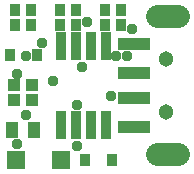
<source format=gbr>
G04 EAGLE Gerber RS-274X export*
G75*
%MOMM*%
%FSLAX34Y34*%
%LPD*%
%INSoldermask Top*%
%IPPOS*%
%AMOC8*
5,1,8,0,0,1.08239X$1,22.5*%
G01*
%ADD10R,0.903200X1.103200*%
%ADD11R,1.003200X1.403200*%
%ADD12R,0.833200X1.033200*%
%ADD13R,1.603200X1.603200*%
%ADD14R,0.812800X2.413000*%
%ADD15R,1.003200X1.003200*%
%ADD16R,2.703200X1.003200*%
%ADD17C,1.981200*%
%ADD18C,1.303200*%
%ADD19C,1.003200*%
%ADD20C,0.959600*%


D10*
X247800Y165100D03*
X234800Y165100D03*
D11*
X194200Y63500D03*
X212200Y63500D03*
D12*
X214700Y127000D03*
X191700Y127000D03*
X278200Y38100D03*
X255200Y38100D03*
D13*
X234900Y38100D03*
X196900Y38100D03*
D14*
X234950Y67818D03*
X247650Y67818D03*
X260350Y67818D03*
X273050Y67818D03*
X273050Y135128D03*
X260350Y135128D03*
X247650Y135128D03*
X234950Y135128D03*
D15*
X210700Y88900D03*
X195700Y88900D03*
X210700Y101600D03*
X195700Y101600D03*
D10*
X209700Y165100D03*
X196700Y165100D03*
X247800Y152400D03*
X234800Y152400D03*
X285900Y152400D03*
X272900Y152400D03*
X285900Y165100D03*
X272900Y165100D03*
X209700Y152400D03*
X196700Y152400D03*
D16*
X296900Y91330D03*
X296900Y111870D03*
X296900Y66092D03*
X296900Y136600D03*
D17*
X316210Y43100D02*
X333990Y43100D01*
X333990Y160100D02*
X316210Y160100D01*
D18*
X324400Y79100D03*
X324400Y124100D03*
D19*
X321100Y160100D03*
X317100Y160100D03*
X329100Y160100D03*
X333100Y160100D03*
X321100Y43100D03*
X317100Y43100D03*
X329100Y43100D03*
X333100Y43100D03*
D20*
X219456Y137160D03*
X281940Y126492D03*
X252984Y117348D03*
X277368Y92964D03*
X205740Y126492D03*
X205740Y76200D03*
X198120Y111252D03*
X198120Y51816D03*
X295656Y149352D03*
X257556Y155448D03*
X228600Y105156D03*
X248412Y85344D03*
X248412Y50292D03*
X291084Y126492D03*
M02*

</source>
